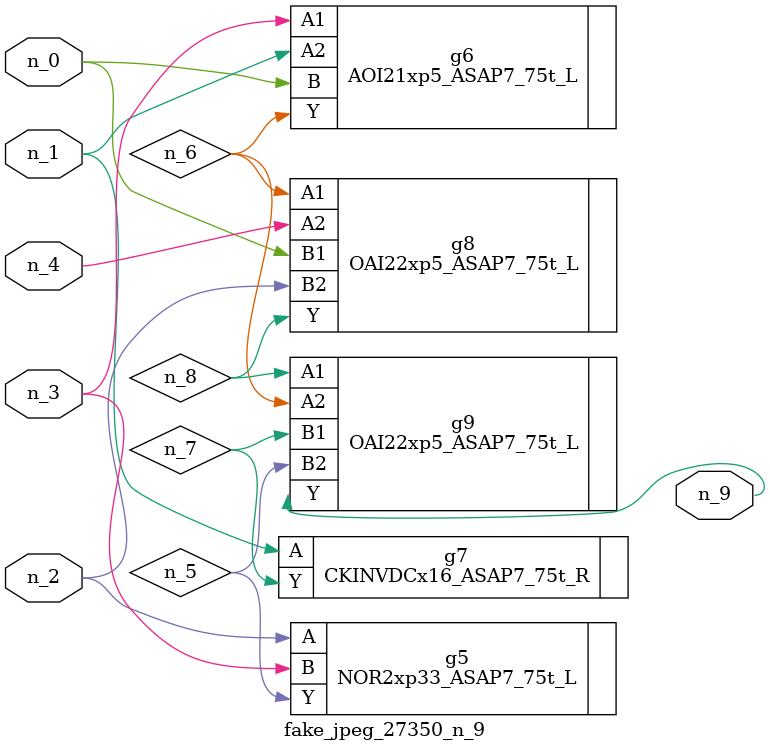
<source format=v>
module fake_jpeg_27350_n_9 (n_3, n_2, n_1, n_0, n_4, n_9);

input n_3;
input n_2;
input n_1;
input n_0;
input n_4;

output n_9;

wire n_8;
wire n_6;
wire n_5;
wire n_7;

NOR2xp33_ASAP7_75t_L g5 ( 
.A(n_2),
.B(n_3),
.Y(n_5)
);

AOI21xp5_ASAP7_75t_L g6 ( 
.A1(n_3),
.A2(n_1),
.B(n_0),
.Y(n_6)
);

CKINVDCx16_ASAP7_75t_R g7 ( 
.A(n_1),
.Y(n_7)
);

OAI22xp5_ASAP7_75t_L g8 ( 
.A1(n_6),
.A2(n_4),
.B1(n_0),
.B2(n_2),
.Y(n_8)
);

OAI22xp5_ASAP7_75t_L g9 ( 
.A1(n_8),
.A2(n_6),
.B1(n_7),
.B2(n_5),
.Y(n_9)
);


endmodule
</source>
